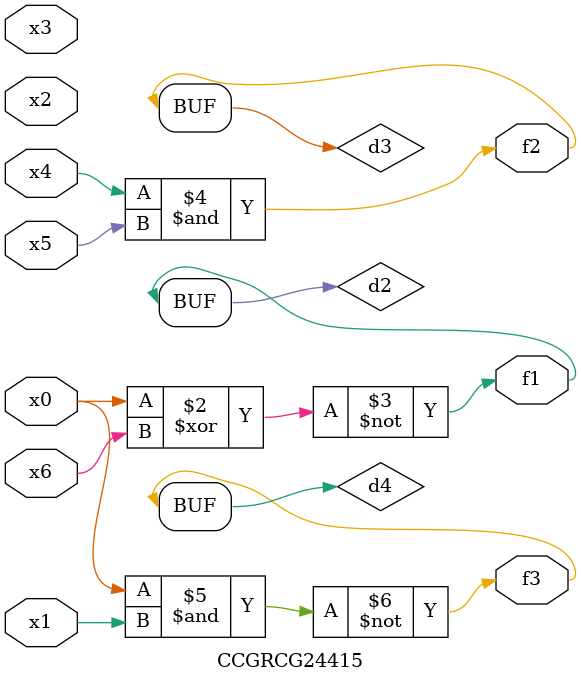
<source format=v>
module CCGRCG24415(
	input x0, x1, x2, x3, x4, x5, x6,
	output f1, f2, f3
);

	wire d1, d2, d3, d4;

	nor (d1, x0);
	xnor (d2, x0, x6);
	and (d3, x4, x5);
	nand (d4, x0, x1);
	assign f1 = d2;
	assign f2 = d3;
	assign f3 = d4;
endmodule

</source>
